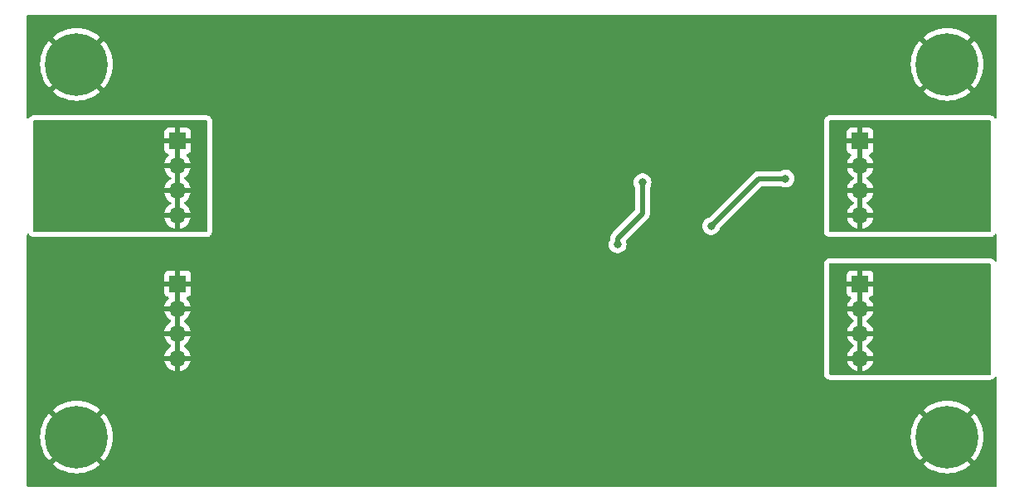
<source format=gbr>
%TF.GenerationSoftware,KiCad,Pcbnew,7.0.2*%
%TF.CreationDate,2023-06-12T21:50:36-07:00*%
%TF.ProjectId,latch,6c617463-682e-46b6-9963-61645f706362,A*%
%TF.SameCoordinates,Original*%
%TF.FileFunction,Copper,L2,Bot*%
%TF.FilePolarity,Positive*%
%FSLAX46Y46*%
G04 Gerber Fmt 4.6, Leading zero omitted, Abs format (unit mm)*
G04 Created by KiCad (PCBNEW 7.0.2) date 2023-06-12 21:50:36*
%MOMM*%
%LPD*%
G01*
G04 APERTURE LIST*
%TA.AperFunction,ComponentPad*%
%ADD10C,0.800000*%
%TD*%
%TA.AperFunction,ComponentPad*%
%ADD11C,6.400000*%
%TD*%
%TA.AperFunction,ComponentPad*%
%ADD12R,1.700000X1.700000*%
%TD*%
%TA.AperFunction,ComponentPad*%
%ADD13O,1.700000X1.700000*%
%TD*%
%TA.AperFunction,ViaPad*%
%ADD14C,0.800000*%
%TD*%
%TA.AperFunction,Conductor*%
%ADD15C,0.500000*%
%TD*%
G04 APERTURE END LIST*
D10*
%TO.P,H4,1,1*%
%TO.N,GND*%
X193882944Y-120222944D03*
X193882944Y-123617056D03*
X197980000Y-121920000D03*
X193180000Y-121920000D03*
X195580000Y-119520000D03*
X197277056Y-120222944D03*
X195580000Y-124320000D03*
X197277056Y-123617056D03*
D11*
X195580000Y-121920000D03*
%TD*%
D12*
%TO.P,J1,1,Pin_1*%
%TO.N,VCC*%
X116995000Y-91645000D03*
D13*
%TO.P,J1,2,Pin_2*%
X116995000Y-94185000D03*
%TO.P,J1,3,Pin_3*%
X116995000Y-96725000D03*
%TO.P,J1,4,Pin_4*%
X116995000Y-99265000D03*
%TD*%
D12*
%TO.P,J3,1,Pin_1*%
%TO.N,OUT*%
X186690000Y-91645000D03*
D13*
%TO.P,J3,2,Pin_2*%
X186690000Y-94185000D03*
%TO.P,J3,3,Pin_3*%
X186690000Y-96725000D03*
%TO.P,J3,4,Pin_4*%
X186690000Y-99265000D03*
%TD*%
D10*
%TO.P,H2,1,1*%
%TO.N,GND*%
X106680000Y-119520000D03*
X109080000Y-121920000D03*
X104280000Y-121920000D03*
D11*
X106680000Y-121920000D03*
D10*
X108377056Y-120222944D03*
X104982944Y-123617056D03*
X104982944Y-120222944D03*
X106680000Y-124320000D03*
X108377056Y-123617056D03*
%TD*%
%TO.P,H3,1,1*%
%TO.N,GND*%
X104280000Y-83820000D03*
X108377056Y-85517056D03*
X108377056Y-82122944D03*
X109080000Y-83820000D03*
X104982944Y-82122944D03*
X106680000Y-81420000D03*
D11*
X106680000Y-83820000D03*
D10*
X104982944Y-85517056D03*
X106680000Y-86220000D03*
%TD*%
D12*
%TO.P,J4,1,Pin_1*%
%TO.N,SHD*%
X186690000Y-106250000D03*
D13*
%TO.P,J4,2,Pin_2*%
X186690000Y-108790000D03*
%TO.P,J4,3,Pin_3*%
X186690000Y-111330000D03*
%TO.P,J4,4,Pin_4*%
X186690000Y-113870000D03*
%TD*%
D10*
%TO.P,H1,1,1*%
%TO.N,GND*%
X193882944Y-82122944D03*
X197277056Y-82122944D03*
X197277056Y-85517056D03*
X193180000Y-83820000D03*
X193882944Y-85517056D03*
X195580000Y-86220000D03*
X195580000Y-81420000D03*
D11*
X195580000Y-83820000D03*
D10*
X197980000Y-83820000D03*
%TD*%
D12*
%TO.P,J2,1,Pin_1*%
%TO.N,GND*%
X116995000Y-106250000D03*
D13*
%TO.P,J2,2,Pin_2*%
X116995000Y-108790000D03*
%TO.P,J2,3,Pin_3*%
X116995000Y-111330000D03*
%TO.P,J2,4,Pin_4*%
X116995000Y-113870000D03*
%TD*%
D14*
%TO.N,VCC*%
X111125000Y-90170000D03*
X111125000Y-99695000D03*
X111125000Y-97790000D03*
X111125000Y-93980000D03*
X111125000Y-95885000D03*
X111125000Y-92075000D03*
%TO.N,GND*%
X111125000Y-114935000D03*
X173835000Y-107950000D03*
X170180000Y-107950000D03*
X111125000Y-105410000D03*
X111125000Y-111125000D03*
X111125000Y-107315000D03*
X111125000Y-113030000D03*
X124460000Y-99060000D03*
X167005000Y-99060000D03*
X178915000Y-99060000D03*
X111125000Y-109220000D03*
X177645000Y-107950000D03*
X145735000Y-103505000D03*
X155575000Y-99060000D03*
%TO.N,Net-(Q2-Pad3)*%
X164465000Y-95885000D03*
X161925000Y-102235000D03*
%TO.N,OUT*%
X191135000Y-90170000D03*
X191135000Y-93980000D03*
X171480000Y-100360000D03*
X191135000Y-95885000D03*
X179070000Y-95504000D03*
X191135000Y-99695000D03*
X191135000Y-97790000D03*
X191135000Y-92075000D03*
%TO.N,SHD*%
X191135000Y-105410000D03*
X191135000Y-113030000D03*
X191135000Y-114935000D03*
X191135000Y-107315000D03*
X191135000Y-109220000D03*
X191135000Y-111125000D03*
%TD*%
D15*
%TO.N,Net-(Q2-Pad3)*%
X161925000Y-101600000D02*
X164465000Y-99060000D01*
X161925000Y-102235000D02*
X161925000Y-101600000D01*
X164465000Y-99060000D02*
X164465000Y-95885000D01*
%TO.N,OUT*%
X171480000Y-100360000D02*
X176336000Y-95504000D01*
X176336000Y-95504000D02*
X179070000Y-95504000D01*
%TD*%
%TA.AperFunction,Conductor*%
%TO.N,GND*%
G36*
X117249000Y-113436325D02*
G01*
X117137315Y-113385320D01*
X117030763Y-113370000D01*
X116959237Y-113370000D01*
X116852685Y-113385320D01*
X116741000Y-113436325D01*
X116741000Y-111763674D01*
X116852685Y-111814680D01*
X116959237Y-111830000D01*
X117030763Y-111830000D01*
X117137315Y-111814680D01*
X117249000Y-111763674D01*
X117249000Y-113436325D01*
G37*
%TD.AperFunction*%
%TA.AperFunction,Conductor*%
G36*
X117249000Y-110896325D02*
G01*
X117137315Y-110845320D01*
X117030763Y-110830000D01*
X116959237Y-110830000D01*
X116852685Y-110845320D01*
X116741000Y-110896325D01*
X116741000Y-109223674D01*
X116852685Y-109274680D01*
X116959237Y-109290000D01*
X117030763Y-109290000D01*
X117137315Y-109274680D01*
X117249000Y-109223674D01*
X117249000Y-110896325D01*
G37*
%TD.AperFunction*%
%TA.AperFunction,Conductor*%
G36*
X117249000Y-108356325D02*
G01*
X117137315Y-108305320D01*
X117030763Y-108290000D01*
X116959237Y-108290000D01*
X116852685Y-108305320D01*
X116741000Y-108356325D01*
X116741000Y-106683674D01*
X116852685Y-106734680D01*
X116959237Y-106750000D01*
X117030763Y-106750000D01*
X117137315Y-106734680D01*
X117249000Y-106683674D01*
X117249000Y-108356325D01*
G37*
%TD.AperFunction*%
%TA.AperFunction,Conductor*%
G36*
X120015000Y-115570000D02*
G01*
X102235000Y-115570000D01*
X102235000Y-107145222D01*
X115637000Y-107145222D01*
X115637359Y-107151936D01*
X115643505Y-107209093D01*
X115694554Y-107345962D01*
X115782095Y-107462904D01*
X115899037Y-107550445D01*
X116014678Y-107593577D01*
X116071514Y-107636124D01*
X116096325Y-107702644D01*
X116081234Y-107772018D01*
X116063348Y-107796970D01*
X115919675Y-107953040D01*
X115796580Y-108141451D01*
X115706177Y-108347548D01*
X115658455Y-108535999D01*
X115658456Y-108536000D01*
X116563884Y-108536000D01*
X116535507Y-108580156D01*
X116495000Y-108718111D01*
X116495000Y-108861889D01*
X116535507Y-108999844D01*
X116563884Y-109044000D01*
X115658455Y-109044000D01*
X115706177Y-109232451D01*
X115796580Y-109438548D01*
X115919678Y-109626962D01*
X116072096Y-109792533D01*
X116249697Y-109930766D01*
X116283732Y-109949184D01*
X116334123Y-109999197D01*
X116349476Y-110068513D01*
X116324916Y-110135127D01*
X116283736Y-110170811D01*
X116249702Y-110189229D01*
X116072096Y-110327466D01*
X115919678Y-110493037D01*
X115796580Y-110681451D01*
X115706177Y-110887548D01*
X115658455Y-111075999D01*
X115658456Y-111076000D01*
X116563884Y-111076000D01*
X116535507Y-111120156D01*
X116495000Y-111258111D01*
X116495000Y-111401889D01*
X116535507Y-111539844D01*
X116563884Y-111584000D01*
X115658455Y-111584000D01*
X115706177Y-111772451D01*
X115796580Y-111978548D01*
X115919678Y-112166962D01*
X116072096Y-112332533D01*
X116249697Y-112470766D01*
X116283734Y-112489186D01*
X116334124Y-112539200D01*
X116349476Y-112608517D01*
X116324915Y-112675130D01*
X116283734Y-112710814D01*
X116249697Y-112729233D01*
X116072096Y-112867466D01*
X115919678Y-113033037D01*
X115796580Y-113221451D01*
X115706177Y-113427548D01*
X115658455Y-113615999D01*
X115658456Y-113616000D01*
X116563884Y-113616000D01*
X116535507Y-113660156D01*
X116495000Y-113798111D01*
X116495000Y-113941889D01*
X116535507Y-114079844D01*
X116563884Y-114124000D01*
X115658455Y-114124000D01*
X115706177Y-114312451D01*
X115796580Y-114518548D01*
X115919678Y-114706962D01*
X116072096Y-114872533D01*
X116249697Y-115010766D01*
X116447631Y-115117883D01*
X116660485Y-115190955D01*
X116741000Y-115204391D01*
X116741000Y-114303674D01*
X116852685Y-114354680D01*
X116959237Y-114370000D01*
X117030763Y-114370000D01*
X117137315Y-114354680D01*
X117249000Y-114303674D01*
X117249000Y-115204390D01*
X117329514Y-115190955D01*
X117542368Y-115117883D01*
X117740302Y-115010766D01*
X117917903Y-114872533D01*
X118070321Y-114706962D01*
X118193419Y-114518548D01*
X118283822Y-114312451D01*
X118331544Y-114124000D01*
X117426116Y-114124000D01*
X117454493Y-114079844D01*
X117495000Y-113941889D01*
X117495000Y-113798111D01*
X117454493Y-113660156D01*
X117426116Y-113616000D01*
X118331544Y-113616000D01*
X118331544Y-113615999D01*
X118283822Y-113427548D01*
X118193419Y-113221451D01*
X118070321Y-113033037D01*
X117917903Y-112867466D01*
X117740300Y-112729232D01*
X117706266Y-112710814D01*
X117655876Y-112660801D01*
X117640523Y-112591485D01*
X117665083Y-112524871D01*
X117706266Y-112489186D01*
X117740300Y-112470767D01*
X117917903Y-112332533D01*
X118070321Y-112166962D01*
X118193419Y-111978548D01*
X118283822Y-111772451D01*
X118331544Y-111584000D01*
X117426116Y-111584000D01*
X117454493Y-111539844D01*
X117495000Y-111401889D01*
X117495000Y-111258111D01*
X117454493Y-111120156D01*
X117426116Y-111076000D01*
X118331544Y-111076000D01*
X118331544Y-111075999D01*
X118283822Y-110887548D01*
X118193419Y-110681451D01*
X118070321Y-110493037D01*
X117917903Y-110327466D01*
X117740300Y-110189232D01*
X117706266Y-110170814D01*
X117655876Y-110120801D01*
X117640523Y-110051485D01*
X117665083Y-109984871D01*
X117706266Y-109949186D01*
X117740300Y-109930767D01*
X117917903Y-109792533D01*
X118070321Y-109626962D01*
X118193419Y-109438548D01*
X118283822Y-109232451D01*
X118331544Y-109044000D01*
X117426116Y-109044000D01*
X117454493Y-108999844D01*
X117495000Y-108861889D01*
X117495000Y-108718111D01*
X117454493Y-108580156D01*
X117426116Y-108536000D01*
X118331544Y-108536000D01*
X118331544Y-108535999D01*
X118283822Y-108347548D01*
X118193419Y-108141451D01*
X118070321Y-107953037D01*
X117926652Y-107796970D01*
X117895231Y-107733305D01*
X117903218Y-107662759D01*
X117948077Y-107607730D01*
X117975321Y-107593577D01*
X118090962Y-107550445D01*
X118207904Y-107462904D01*
X118295445Y-107345962D01*
X118346494Y-107209093D01*
X118352640Y-107151936D01*
X118353000Y-107145222D01*
X118353000Y-106504000D01*
X117426116Y-106504000D01*
X117454493Y-106459844D01*
X117495000Y-106321889D01*
X117495000Y-106178111D01*
X117454493Y-106040156D01*
X117426116Y-105996000D01*
X118353000Y-105996000D01*
X118353000Y-105354777D01*
X118352640Y-105348063D01*
X118346494Y-105290906D01*
X118295445Y-105154037D01*
X118207904Y-105037095D01*
X118090962Y-104949554D01*
X117954093Y-104898505D01*
X117896936Y-104892359D01*
X117890223Y-104892000D01*
X117249000Y-104892000D01*
X117249000Y-105816325D01*
X117137315Y-105765320D01*
X117030763Y-105750000D01*
X116959237Y-105750000D01*
X116852685Y-105765320D01*
X116741000Y-105816325D01*
X116741000Y-104892000D01*
X116099777Y-104892000D01*
X116093063Y-104892359D01*
X116035906Y-104898505D01*
X115899037Y-104949554D01*
X115782095Y-105037095D01*
X115694554Y-105154037D01*
X115643505Y-105290906D01*
X115637359Y-105348063D01*
X115637000Y-105354777D01*
X115637000Y-105996000D01*
X116563884Y-105996000D01*
X116535507Y-106040156D01*
X116495000Y-106178111D01*
X116495000Y-106321889D01*
X116535507Y-106459844D01*
X116563884Y-106504000D01*
X115637000Y-106504000D01*
X115637000Y-107145222D01*
X102235000Y-107145222D01*
X102235000Y-104140000D01*
X120015000Y-104140000D01*
X120015000Y-115570000D01*
G37*
%TD.AperFunction*%
%TD*%
%TA.AperFunction,Conductor*%
%TO.N,OUT*%
G36*
X186944000Y-98831325D02*
G01*
X186832315Y-98780320D01*
X186725763Y-98765000D01*
X186654237Y-98765000D01*
X186547685Y-98780320D01*
X186436000Y-98831325D01*
X186436000Y-97158674D01*
X186547685Y-97209680D01*
X186654237Y-97225000D01*
X186725763Y-97225000D01*
X186832315Y-97209680D01*
X186944000Y-97158674D01*
X186944000Y-98831325D01*
G37*
%TD.AperFunction*%
%TA.AperFunction,Conductor*%
G36*
X186944000Y-96291325D02*
G01*
X186832315Y-96240320D01*
X186725763Y-96225000D01*
X186654237Y-96225000D01*
X186547685Y-96240320D01*
X186436000Y-96291325D01*
X186436000Y-94618674D01*
X186547685Y-94669680D01*
X186654237Y-94685000D01*
X186725763Y-94685000D01*
X186832315Y-94669680D01*
X186944000Y-94618674D01*
X186944000Y-96291325D01*
G37*
%TD.AperFunction*%
%TA.AperFunction,Conductor*%
G36*
X186944000Y-93751325D02*
G01*
X186832315Y-93700320D01*
X186725763Y-93685000D01*
X186654237Y-93685000D01*
X186547685Y-93700320D01*
X186436000Y-93751325D01*
X186436000Y-92078674D01*
X186547685Y-92129680D01*
X186654237Y-92145000D01*
X186725763Y-92145000D01*
X186832315Y-92129680D01*
X186944000Y-92078674D01*
X186944000Y-93751325D01*
G37*
%TD.AperFunction*%
%TA.AperFunction,Conductor*%
G36*
X199967121Y-89555002D02*
G01*
X200013614Y-89608658D01*
X200025000Y-89661000D01*
X200025000Y-100839000D01*
X200004998Y-100907121D01*
X199951342Y-100953614D01*
X199899000Y-100965000D01*
X183641000Y-100965000D01*
X183572879Y-100944998D01*
X183526386Y-100891342D01*
X183515000Y-100839000D01*
X183515000Y-92540222D01*
X185332000Y-92540222D01*
X185332359Y-92546936D01*
X185338505Y-92604093D01*
X185389554Y-92740962D01*
X185477095Y-92857904D01*
X185594037Y-92945445D01*
X185709678Y-92988577D01*
X185766514Y-93031124D01*
X185791325Y-93097644D01*
X185776234Y-93167018D01*
X185758348Y-93191970D01*
X185614675Y-93348040D01*
X185491580Y-93536451D01*
X185401177Y-93742548D01*
X185353455Y-93930999D01*
X185353456Y-93931000D01*
X186258884Y-93931000D01*
X186230507Y-93975156D01*
X186190000Y-94113111D01*
X186190000Y-94256889D01*
X186230507Y-94394844D01*
X186258884Y-94439000D01*
X185353455Y-94439000D01*
X185401177Y-94627451D01*
X185491580Y-94833548D01*
X185614678Y-95021962D01*
X185767096Y-95187533D01*
X185944697Y-95325766D01*
X185978734Y-95344186D01*
X186029124Y-95394200D01*
X186044476Y-95463517D01*
X186019915Y-95530130D01*
X185978734Y-95565814D01*
X185944697Y-95584233D01*
X185767096Y-95722466D01*
X185614678Y-95888037D01*
X185491580Y-96076451D01*
X185401177Y-96282548D01*
X185353455Y-96470999D01*
X185353456Y-96471000D01*
X186258884Y-96471000D01*
X186230507Y-96515156D01*
X186190000Y-96653111D01*
X186190000Y-96796889D01*
X186230507Y-96934844D01*
X186258884Y-96979000D01*
X185353455Y-96979000D01*
X185401177Y-97167451D01*
X185491580Y-97373548D01*
X185614678Y-97561962D01*
X185767096Y-97727533D01*
X185944697Y-97865766D01*
X185978734Y-97884186D01*
X186029124Y-97934200D01*
X186044476Y-98003517D01*
X186019915Y-98070130D01*
X185978734Y-98105814D01*
X185944697Y-98124233D01*
X185767096Y-98262466D01*
X185614678Y-98428037D01*
X185491580Y-98616451D01*
X185401177Y-98822548D01*
X185353455Y-99010999D01*
X185353456Y-99011000D01*
X186258884Y-99011000D01*
X186230507Y-99055156D01*
X186190000Y-99193111D01*
X186190000Y-99336889D01*
X186230507Y-99474844D01*
X186258884Y-99519000D01*
X185353455Y-99519000D01*
X185401177Y-99707451D01*
X185491580Y-99913548D01*
X185614678Y-100101962D01*
X185767096Y-100267533D01*
X185944697Y-100405766D01*
X186142631Y-100512883D01*
X186355485Y-100585955D01*
X186436000Y-100599391D01*
X186436000Y-99698674D01*
X186547685Y-99749680D01*
X186654237Y-99765000D01*
X186725763Y-99765000D01*
X186832315Y-99749680D01*
X186944000Y-99698674D01*
X186944000Y-100599390D01*
X187024514Y-100585955D01*
X187237368Y-100512883D01*
X187435302Y-100405766D01*
X187612903Y-100267533D01*
X187765321Y-100101962D01*
X187888419Y-99913548D01*
X187978822Y-99707451D01*
X188026544Y-99519000D01*
X187121116Y-99519000D01*
X187149493Y-99474844D01*
X187190000Y-99336889D01*
X187190000Y-99193111D01*
X187149493Y-99055156D01*
X187121116Y-99011000D01*
X188026544Y-99011000D01*
X188026544Y-99010999D01*
X187978822Y-98822548D01*
X187888419Y-98616451D01*
X187765321Y-98428037D01*
X187612903Y-98262466D01*
X187435300Y-98124232D01*
X187401266Y-98105814D01*
X187350876Y-98055801D01*
X187335523Y-97986485D01*
X187360083Y-97919871D01*
X187401266Y-97884186D01*
X187435300Y-97865767D01*
X187612903Y-97727533D01*
X187765321Y-97561962D01*
X187888419Y-97373548D01*
X187978822Y-97167451D01*
X188026544Y-96979000D01*
X187121116Y-96979000D01*
X187149493Y-96934844D01*
X187190000Y-96796889D01*
X187190000Y-96653111D01*
X187149493Y-96515156D01*
X187121116Y-96471000D01*
X188026544Y-96471000D01*
X188026544Y-96470999D01*
X187978822Y-96282548D01*
X187888419Y-96076451D01*
X187765321Y-95888037D01*
X187612903Y-95722466D01*
X187435299Y-95584231D01*
X187401264Y-95565812D01*
X187350875Y-95515798D01*
X187335523Y-95446481D01*
X187360085Y-95379869D01*
X187401268Y-95344184D01*
X187435300Y-95325767D01*
X187612903Y-95187533D01*
X187765321Y-95021962D01*
X187888419Y-94833548D01*
X187978822Y-94627451D01*
X188026544Y-94439000D01*
X187121116Y-94439000D01*
X187149493Y-94394844D01*
X187190000Y-94256889D01*
X187190000Y-94113111D01*
X187149493Y-93975156D01*
X187121116Y-93931000D01*
X188026544Y-93931000D01*
X188026544Y-93930999D01*
X187978822Y-93742548D01*
X187888419Y-93536451D01*
X187765321Y-93348037D01*
X187621652Y-93191970D01*
X187590231Y-93128305D01*
X187598218Y-93057759D01*
X187643077Y-93002730D01*
X187670321Y-92988577D01*
X187785962Y-92945445D01*
X187902904Y-92857904D01*
X187990445Y-92740962D01*
X188041494Y-92604093D01*
X188047640Y-92546936D01*
X188048000Y-92540222D01*
X188048000Y-91899000D01*
X187121116Y-91899000D01*
X187149493Y-91854844D01*
X187190000Y-91716889D01*
X187190000Y-91573111D01*
X187149493Y-91435156D01*
X187121116Y-91391000D01*
X188048000Y-91391000D01*
X188048000Y-90749777D01*
X188047640Y-90743063D01*
X188041494Y-90685906D01*
X187990445Y-90549037D01*
X187902904Y-90432095D01*
X187785962Y-90344554D01*
X187649093Y-90293505D01*
X187591936Y-90287359D01*
X187585223Y-90287000D01*
X186944000Y-90287000D01*
X186944000Y-91211325D01*
X186832315Y-91160320D01*
X186725763Y-91145000D01*
X186654237Y-91145000D01*
X186547685Y-91160320D01*
X186436000Y-91211325D01*
X186436000Y-90287000D01*
X185794777Y-90287000D01*
X185788063Y-90287359D01*
X185730906Y-90293505D01*
X185594037Y-90344554D01*
X185477095Y-90432095D01*
X185389554Y-90549037D01*
X185338505Y-90685906D01*
X185332359Y-90743063D01*
X185332000Y-90749777D01*
X185332000Y-91391000D01*
X186258884Y-91391000D01*
X186230507Y-91435156D01*
X186190000Y-91573111D01*
X186190000Y-91716889D01*
X186230507Y-91854844D01*
X186258884Y-91899000D01*
X185332000Y-91899000D01*
X185332000Y-92540222D01*
X183515000Y-92540222D01*
X183515000Y-89661000D01*
X183535002Y-89592879D01*
X183588658Y-89546386D01*
X183641000Y-89535000D01*
X199899000Y-89535000D01*
X199967121Y-89555002D01*
G37*
%TD.AperFunction*%
%TD*%
%TA.AperFunction,Conductor*%
%TO.N,VCC*%
G36*
X117249000Y-98831325D02*
G01*
X117137315Y-98780320D01*
X117030763Y-98765000D01*
X116959237Y-98765000D01*
X116852685Y-98780320D01*
X116741000Y-98831325D01*
X116741000Y-97158674D01*
X116852685Y-97209680D01*
X116959237Y-97225000D01*
X117030763Y-97225000D01*
X117137315Y-97209680D01*
X117249000Y-97158674D01*
X117249000Y-98831325D01*
G37*
%TD.AperFunction*%
%TA.AperFunction,Conductor*%
G36*
X117249000Y-96291325D02*
G01*
X117137315Y-96240320D01*
X117030763Y-96225000D01*
X116959237Y-96225000D01*
X116852685Y-96240320D01*
X116741000Y-96291325D01*
X116741000Y-94618674D01*
X116852685Y-94669680D01*
X116959237Y-94685000D01*
X117030763Y-94685000D01*
X117137315Y-94669680D01*
X117249000Y-94618674D01*
X117249000Y-96291325D01*
G37*
%TD.AperFunction*%
%TA.AperFunction,Conductor*%
G36*
X117249000Y-93751325D02*
G01*
X117137315Y-93700320D01*
X117030763Y-93685000D01*
X116959237Y-93685000D01*
X116852685Y-93700320D01*
X116741000Y-93751325D01*
X116741000Y-92078674D01*
X116852685Y-92129680D01*
X116959237Y-92145000D01*
X117030763Y-92145000D01*
X117137315Y-92129680D01*
X117249000Y-92078674D01*
X117249000Y-93751325D01*
G37*
%TD.AperFunction*%
%TA.AperFunction,Conductor*%
G36*
X119957121Y-89555002D02*
G01*
X120003614Y-89608658D01*
X120015000Y-89661000D01*
X120015000Y-100839000D01*
X119994998Y-100907121D01*
X119941342Y-100953614D01*
X119889000Y-100965000D01*
X102361000Y-100965000D01*
X102292879Y-100944998D01*
X102246386Y-100891342D01*
X102235000Y-100839000D01*
X102235000Y-92540222D01*
X115637000Y-92540222D01*
X115637359Y-92546936D01*
X115643505Y-92604093D01*
X115694554Y-92740962D01*
X115782095Y-92857904D01*
X115899037Y-92945445D01*
X116014678Y-92988577D01*
X116071514Y-93031124D01*
X116096325Y-93097644D01*
X116081234Y-93167018D01*
X116063348Y-93191970D01*
X115919675Y-93348040D01*
X115796580Y-93536451D01*
X115706177Y-93742548D01*
X115658455Y-93930999D01*
X115658456Y-93931000D01*
X116563884Y-93931000D01*
X116535507Y-93975156D01*
X116495000Y-94113111D01*
X116495000Y-94256889D01*
X116535507Y-94394844D01*
X116563884Y-94439000D01*
X115658455Y-94439000D01*
X115706177Y-94627451D01*
X115796580Y-94833548D01*
X115919678Y-95021962D01*
X116072096Y-95187533D01*
X116249697Y-95325766D01*
X116283734Y-95344186D01*
X116334124Y-95394200D01*
X116349476Y-95463517D01*
X116324915Y-95530130D01*
X116283734Y-95565814D01*
X116249697Y-95584233D01*
X116072096Y-95722466D01*
X115919678Y-95888037D01*
X115796580Y-96076451D01*
X115706177Y-96282548D01*
X115658455Y-96470999D01*
X115658456Y-96471000D01*
X116563884Y-96471000D01*
X116535507Y-96515156D01*
X116495000Y-96653111D01*
X116495000Y-96796889D01*
X116535507Y-96934844D01*
X116563884Y-96979000D01*
X115658455Y-96979000D01*
X115706177Y-97167451D01*
X115796580Y-97373548D01*
X115919678Y-97561962D01*
X116072096Y-97727533D01*
X116249697Y-97865766D01*
X116283734Y-97884186D01*
X116334124Y-97934200D01*
X116349476Y-98003517D01*
X116324915Y-98070130D01*
X116283734Y-98105814D01*
X116249697Y-98124233D01*
X116072096Y-98262466D01*
X115919678Y-98428037D01*
X115796580Y-98616451D01*
X115706177Y-98822548D01*
X115658455Y-99010999D01*
X115658456Y-99011000D01*
X116563884Y-99011000D01*
X116535507Y-99055156D01*
X116495000Y-99193111D01*
X116495000Y-99336889D01*
X116535507Y-99474844D01*
X116563884Y-99519000D01*
X115658455Y-99519000D01*
X115706177Y-99707451D01*
X115796580Y-99913548D01*
X115919678Y-100101962D01*
X116072096Y-100267533D01*
X116249697Y-100405766D01*
X116447631Y-100512883D01*
X116660485Y-100585955D01*
X116741000Y-100599391D01*
X116741000Y-99698674D01*
X116852685Y-99749680D01*
X116959237Y-99765000D01*
X117030763Y-99765000D01*
X117137315Y-99749680D01*
X117249000Y-99698674D01*
X117249000Y-100599390D01*
X117329514Y-100585955D01*
X117542368Y-100512883D01*
X117740302Y-100405766D01*
X117917903Y-100267533D01*
X118070321Y-100101962D01*
X118193419Y-99913548D01*
X118283822Y-99707451D01*
X118331544Y-99519000D01*
X117426116Y-99519000D01*
X117454493Y-99474844D01*
X117495000Y-99336889D01*
X117495000Y-99193111D01*
X117454493Y-99055156D01*
X117426116Y-99011000D01*
X118331544Y-99011000D01*
X118331544Y-99010999D01*
X118283822Y-98822548D01*
X118193419Y-98616451D01*
X118070321Y-98428037D01*
X117917903Y-98262466D01*
X117740300Y-98124232D01*
X117706266Y-98105814D01*
X117655876Y-98055801D01*
X117640523Y-97986485D01*
X117665083Y-97919871D01*
X117706266Y-97884186D01*
X117740300Y-97865767D01*
X117917903Y-97727533D01*
X118070321Y-97561962D01*
X118193419Y-97373548D01*
X118283822Y-97167451D01*
X118331544Y-96979000D01*
X117426116Y-96979000D01*
X117454493Y-96934844D01*
X117495000Y-96796889D01*
X117495000Y-96653111D01*
X117454493Y-96515156D01*
X117426116Y-96471000D01*
X118331544Y-96471000D01*
X118331544Y-96470999D01*
X118283822Y-96282548D01*
X118193419Y-96076451D01*
X118070321Y-95888037D01*
X117917903Y-95722466D01*
X117740300Y-95584232D01*
X117706266Y-95565814D01*
X117655876Y-95515801D01*
X117640523Y-95446485D01*
X117665083Y-95379871D01*
X117706266Y-95344186D01*
X117740300Y-95325767D01*
X117917903Y-95187533D01*
X118070321Y-95021962D01*
X118193419Y-94833548D01*
X118283822Y-94627451D01*
X118331544Y-94439000D01*
X117426116Y-94439000D01*
X117454493Y-94394844D01*
X117495000Y-94256889D01*
X117495000Y-94113111D01*
X117454493Y-93975156D01*
X117426116Y-93931000D01*
X118331544Y-93931000D01*
X118331544Y-93930999D01*
X118283822Y-93742548D01*
X118193419Y-93536451D01*
X118070321Y-93348037D01*
X117926652Y-93191970D01*
X117895231Y-93128305D01*
X117903218Y-93057759D01*
X117948077Y-93002730D01*
X117975321Y-92988577D01*
X118090962Y-92945445D01*
X118207904Y-92857904D01*
X118295445Y-92740962D01*
X118346494Y-92604093D01*
X118352640Y-92546936D01*
X118353000Y-92540222D01*
X118353000Y-91899000D01*
X117426116Y-91899000D01*
X117454493Y-91854844D01*
X117495000Y-91716889D01*
X117495000Y-91573111D01*
X117454493Y-91435156D01*
X117426116Y-91391000D01*
X118353000Y-91391000D01*
X118353000Y-90749777D01*
X118352640Y-90743063D01*
X118346494Y-90685906D01*
X118295445Y-90549037D01*
X118207904Y-90432095D01*
X118090962Y-90344554D01*
X117954093Y-90293505D01*
X117896936Y-90287359D01*
X117890223Y-90287000D01*
X117249000Y-90287000D01*
X117249000Y-91211325D01*
X117137315Y-91160320D01*
X117030763Y-91145000D01*
X116959237Y-91145000D01*
X116852685Y-91160320D01*
X116741000Y-91211325D01*
X116741000Y-90287000D01*
X116099777Y-90287000D01*
X116093063Y-90287359D01*
X116035906Y-90293505D01*
X115899037Y-90344554D01*
X115782095Y-90432095D01*
X115694554Y-90549037D01*
X115643505Y-90685906D01*
X115637359Y-90743063D01*
X115637000Y-90749777D01*
X115637000Y-91391000D01*
X116563884Y-91391000D01*
X116535507Y-91435156D01*
X116495000Y-91573111D01*
X116495000Y-91716889D01*
X116535507Y-91854844D01*
X116563884Y-91899000D01*
X115637000Y-91899000D01*
X115637000Y-92540222D01*
X102235000Y-92540222D01*
X102235000Y-89661000D01*
X102255002Y-89592879D01*
X102308658Y-89546386D01*
X102361000Y-89535000D01*
X119889000Y-89535000D01*
X119957121Y-89555002D01*
G37*
%TD.AperFunction*%
%TD*%
%TA.AperFunction,Conductor*%
%TO.N,SHD*%
G36*
X186944000Y-113436325D02*
G01*
X186832315Y-113385320D01*
X186725763Y-113370000D01*
X186654237Y-113370000D01*
X186547685Y-113385320D01*
X186436000Y-113436325D01*
X186436000Y-111763674D01*
X186547685Y-111814680D01*
X186654237Y-111830000D01*
X186725763Y-111830000D01*
X186832315Y-111814680D01*
X186944000Y-111763674D01*
X186944000Y-113436325D01*
G37*
%TD.AperFunction*%
%TA.AperFunction,Conductor*%
G36*
X186944000Y-110896325D02*
G01*
X186832315Y-110845320D01*
X186725763Y-110830000D01*
X186654237Y-110830000D01*
X186547685Y-110845320D01*
X186436000Y-110896325D01*
X186436000Y-109223674D01*
X186547685Y-109274680D01*
X186654237Y-109290000D01*
X186725763Y-109290000D01*
X186832315Y-109274680D01*
X186944000Y-109223674D01*
X186944000Y-110896325D01*
G37*
%TD.AperFunction*%
%TA.AperFunction,Conductor*%
G36*
X186944000Y-108356325D02*
G01*
X186832315Y-108305320D01*
X186725763Y-108290000D01*
X186654237Y-108290000D01*
X186547685Y-108305320D01*
X186436000Y-108356325D01*
X186436000Y-106683674D01*
X186547685Y-106734680D01*
X186654237Y-106750000D01*
X186725763Y-106750000D01*
X186832315Y-106734680D01*
X186944000Y-106683674D01*
X186944000Y-108356325D01*
G37*
%TD.AperFunction*%
%TA.AperFunction,Conductor*%
G36*
X199967121Y-104160002D02*
G01*
X200013614Y-104213658D01*
X200025000Y-104266000D01*
X200025000Y-115444000D01*
X200004998Y-115512121D01*
X199951342Y-115558614D01*
X199899000Y-115570000D01*
X183641000Y-115570000D01*
X183572879Y-115549998D01*
X183526386Y-115496342D01*
X183515000Y-115444000D01*
X183515000Y-107145222D01*
X185332000Y-107145222D01*
X185332359Y-107151936D01*
X185338505Y-107209093D01*
X185389554Y-107345962D01*
X185477095Y-107462904D01*
X185594037Y-107550445D01*
X185709678Y-107593577D01*
X185766514Y-107636124D01*
X185791325Y-107702644D01*
X185776234Y-107772018D01*
X185758348Y-107796970D01*
X185614675Y-107953040D01*
X185491580Y-108141451D01*
X185401177Y-108347548D01*
X185353455Y-108535999D01*
X185353456Y-108536000D01*
X186258884Y-108536000D01*
X186230507Y-108580156D01*
X186190000Y-108718111D01*
X186190000Y-108861889D01*
X186230507Y-108999844D01*
X186258884Y-109044000D01*
X185353455Y-109044000D01*
X185401177Y-109232451D01*
X185491580Y-109438548D01*
X185614678Y-109626962D01*
X185767096Y-109792533D01*
X185944697Y-109930766D01*
X185978732Y-109949184D01*
X186029123Y-109999197D01*
X186044476Y-110068513D01*
X186019916Y-110135127D01*
X185978736Y-110170811D01*
X185944702Y-110189229D01*
X185767096Y-110327466D01*
X185614678Y-110493037D01*
X185491580Y-110681451D01*
X185401177Y-110887548D01*
X185353455Y-111075999D01*
X185353456Y-111076000D01*
X186258884Y-111076000D01*
X186230507Y-111120156D01*
X186190000Y-111258111D01*
X186190000Y-111401889D01*
X186230507Y-111539844D01*
X186258884Y-111584000D01*
X185353455Y-111584000D01*
X185401177Y-111772451D01*
X185491580Y-111978548D01*
X185614678Y-112166962D01*
X185767096Y-112332533D01*
X185944697Y-112470766D01*
X185978734Y-112489186D01*
X186029124Y-112539200D01*
X186044476Y-112608517D01*
X186019915Y-112675130D01*
X185978734Y-112710814D01*
X185944697Y-112729233D01*
X185767096Y-112867466D01*
X185614678Y-113033037D01*
X185491580Y-113221451D01*
X185401177Y-113427548D01*
X185353455Y-113615999D01*
X185353456Y-113616000D01*
X186258884Y-113616000D01*
X186230507Y-113660156D01*
X186190000Y-113798111D01*
X186190000Y-113941889D01*
X186230507Y-114079844D01*
X186258884Y-114124000D01*
X185353455Y-114124000D01*
X185401177Y-114312451D01*
X185491580Y-114518548D01*
X185614678Y-114706962D01*
X185767096Y-114872533D01*
X185944697Y-115010766D01*
X186142631Y-115117883D01*
X186355485Y-115190955D01*
X186436000Y-115204391D01*
X186436000Y-114303674D01*
X186547685Y-114354680D01*
X186654237Y-114370000D01*
X186725763Y-114370000D01*
X186832315Y-114354680D01*
X186944000Y-114303674D01*
X186944000Y-115204390D01*
X187024514Y-115190955D01*
X187237368Y-115117883D01*
X187435302Y-115010766D01*
X187612903Y-114872533D01*
X187765321Y-114706962D01*
X187888419Y-114518548D01*
X187978822Y-114312451D01*
X188026544Y-114124000D01*
X187121116Y-114124000D01*
X187149493Y-114079844D01*
X187190000Y-113941889D01*
X187190000Y-113798111D01*
X187149493Y-113660156D01*
X187121116Y-113616000D01*
X188026544Y-113616000D01*
X188026544Y-113615999D01*
X187978822Y-113427548D01*
X187888419Y-113221451D01*
X187765321Y-113033037D01*
X187612903Y-112867466D01*
X187435300Y-112729232D01*
X187401266Y-112710814D01*
X187350876Y-112660801D01*
X187335523Y-112591485D01*
X187360083Y-112524871D01*
X187401266Y-112489186D01*
X187435300Y-112470767D01*
X187612903Y-112332533D01*
X187765321Y-112166962D01*
X187888419Y-111978548D01*
X187978822Y-111772451D01*
X188026544Y-111584000D01*
X187121116Y-111584000D01*
X187149493Y-111539844D01*
X187190000Y-111401889D01*
X187190000Y-111258111D01*
X187149493Y-111120156D01*
X187121116Y-111076000D01*
X188026544Y-111076000D01*
X188026544Y-111075999D01*
X187978822Y-110887548D01*
X187888419Y-110681451D01*
X187765321Y-110493037D01*
X187612903Y-110327466D01*
X187435300Y-110189232D01*
X187401266Y-110170814D01*
X187350876Y-110120801D01*
X187335523Y-110051485D01*
X187360083Y-109984871D01*
X187401266Y-109949186D01*
X187435300Y-109930767D01*
X187612903Y-109792533D01*
X187765321Y-109626962D01*
X187888419Y-109438548D01*
X187978822Y-109232451D01*
X188026544Y-109044000D01*
X187121116Y-109044000D01*
X187149493Y-108999844D01*
X187190000Y-108861889D01*
X187190000Y-108718111D01*
X187149493Y-108580156D01*
X187121116Y-108536000D01*
X188026544Y-108536000D01*
X188026544Y-108535999D01*
X187978822Y-108347548D01*
X187888419Y-108141451D01*
X187765321Y-107953037D01*
X187621652Y-107796970D01*
X187590231Y-107733305D01*
X187598218Y-107662759D01*
X187643077Y-107607730D01*
X187670321Y-107593577D01*
X187785962Y-107550445D01*
X187902904Y-107462904D01*
X187990445Y-107345962D01*
X188041494Y-107209093D01*
X188047640Y-107151936D01*
X188048000Y-107145222D01*
X188048000Y-106504000D01*
X187121116Y-106504000D01*
X187149493Y-106459844D01*
X187190000Y-106321889D01*
X187190000Y-106178111D01*
X187149493Y-106040156D01*
X187121116Y-105996000D01*
X188048000Y-105996000D01*
X188048000Y-105354777D01*
X188047640Y-105348063D01*
X188041494Y-105290906D01*
X187990445Y-105154037D01*
X187902904Y-105037095D01*
X187785962Y-104949554D01*
X187649093Y-104898505D01*
X187591936Y-104892359D01*
X187585223Y-104892000D01*
X186944000Y-104892000D01*
X186944000Y-105816325D01*
X186832315Y-105765320D01*
X186725763Y-105750000D01*
X186654237Y-105750000D01*
X186547685Y-105765320D01*
X186436000Y-105816325D01*
X186436000Y-104892000D01*
X185794777Y-104892000D01*
X185788063Y-104892359D01*
X185730906Y-104898505D01*
X185594037Y-104949554D01*
X185477095Y-105037095D01*
X185389554Y-105154037D01*
X185338505Y-105290906D01*
X185332359Y-105348063D01*
X185332000Y-105354777D01*
X185332000Y-105996000D01*
X186258884Y-105996000D01*
X186230507Y-106040156D01*
X186190000Y-106178111D01*
X186190000Y-106321889D01*
X186230507Y-106459844D01*
X186258884Y-106504000D01*
X185332000Y-106504000D01*
X185332000Y-107145222D01*
X183515000Y-107145222D01*
X183515000Y-104266000D01*
X183535002Y-104197879D01*
X183588658Y-104151386D01*
X183641000Y-104140000D01*
X199899000Y-104140000D01*
X199967121Y-104160002D01*
G37*
%TD.AperFunction*%
%TD*%
%TA.AperFunction,Conductor*%
%TO.N,GND*%
G36*
X105381570Y-122863365D02*
G01*
X105545130Y-123054870D01*
X105736635Y-123218430D01*
X105739203Y-123220004D01*
X105165745Y-123793461D01*
X105218439Y-123714601D01*
X105237842Y-123617056D01*
X105218439Y-123519511D01*
X105163184Y-123436816D01*
X105080489Y-123381561D01*
X105007568Y-123367056D01*
X104958320Y-123367056D01*
X104885399Y-123381561D01*
X104806529Y-123434259D01*
X105379994Y-122860794D01*
X105381570Y-122863365D01*
G37*
%TD.AperFunction*%
%TA.AperFunction,Conductor*%
G36*
X108553465Y-123434256D02*
G01*
X108474601Y-123381561D01*
X108401680Y-123367056D01*
X108352432Y-123367056D01*
X108279511Y-123381561D01*
X108196816Y-123436816D01*
X108141561Y-123519511D01*
X108122158Y-123617056D01*
X108141561Y-123714601D01*
X108194256Y-123793465D01*
X107620795Y-123220004D01*
X107623365Y-123218430D01*
X107814870Y-123054870D01*
X107978430Y-122863365D01*
X107980004Y-122860795D01*
X108553465Y-123434256D01*
G37*
%TD.AperFunction*%
%TA.AperFunction,Conductor*%
G36*
X105739204Y-120619995D02*
G01*
X105736635Y-120621570D01*
X105545130Y-120785130D01*
X105381570Y-120976635D01*
X105379995Y-120979204D01*
X104806534Y-120405743D01*
X104885399Y-120458439D01*
X104958320Y-120472944D01*
X105007568Y-120472944D01*
X105080489Y-120458439D01*
X105163184Y-120403184D01*
X105218439Y-120320489D01*
X105237842Y-120222944D01*
X105218439Y-120125399D01*
X105165743Y-120046534D01*
X105739204Y-120619995D01*
G37*
%TD.AperFunction*%
%TA.AperFunction,Conductor*%
G36*
X108141561Y-120125399D02*
G01*
X108122158Y-120222944D01*
X108141561Y-120320489D01*
X108196816Y-120403184D01*
X108279511Y-120458439D01*
X108352432Y-120472944D01*
X108401680Y-120472944D01*
X108474601Y-120458439D01*
X108553460Y-120405746D01*
X107980004Y-120979203D01*
X107978430Y-120976635D01*
X107814870Y-120785130D01*
X107623365Y-120621570D01*
X107620795Y-120619995D01*
X108194259Y-120046530D01*
X108141561Y-120125399D01*
G37*
%TD.AperFunction*%
%TA.AperFunction,Conductor*%
G36*
X194281570Y-122863365D02*
G01*
X194445130Y-123054870D01*
X194636635Y-123218430D01*
X194639203Y-123220004D01*
X194065745Y-123793461D01*
X194118439Y-123714601D01*
X194137842Y-123617056D01*
X194118439Y-123519511D01*
X194063184Y-123436816D01*
X193980489Y-123381561D01*
X193907568Y-123367056D01*
X193858320Y-123367056D01*
X193785399Y-123381561D01*
X193706529Y-123434259D01*
X194279994Y-122860794D01*
X194281570Y-122863365D01*
G37*
%TD.AperFunction*%
%TA.AperFunction,Conductor*%
G36*
X197453465Y-123434256D02*
G01*
X197374601Y-123381561D01*
X197301680Y-123367056D01*
X197252432Y-123367056D01*
X197179511Y-123381561D01*
X197096816Y-123436816D01*
X197041561Y-123519511D01*
X197022158Y-123617056D01*
X197041561Y-123714601D01*
X197094256Y-123793465D01*
X196520795Y-123220004D01*
X196523365Y-123218430D01*
X196714870Y-123054870D01*
X196878430Y-122863365D01*
X196880004Y-122860795D01*
X197453465Y-123434256D01*
G37*
%TD.AperFunction*%
%TA.AperFunction,Conductor*%
G36*
X194639204Y-120619995D02*
G01*
X194636635Y-120621570D01*
X194445130Y-120785130D01*
X194281570Y-120976635D01*
X194279995Y-120979204D01*
X193706534Y-120405743D01*
X193785399Y-120458439D01*
X193858320Y-120472944D01*
X193907568Y-120472944D01*
X193980489Y-120458439D01*
X194063184Y-120403184D01*
X194118439Y-120320489D01*
X194137842Y-120222944D01*
X194118439Y-120125399D01*
X194065743Y-120046534D01*
X194639204Y-120619995D01*
G37*
%TD.AperFunction*%
%TA.AperFunction,Conductor*%
G36*
X197041561Y-120125399D02*
G01*
X197022158Y-120222944D01*
X197041561Y-120320489D01*
X197096816Y-120403184D01*
X197179511Y-120458439D01*
X197252432Y-120472944D01*
X197301680Y-120472944D01*
X197374601Y-120458439D01*
X197453460Y-120405746D01*
X196880004Y-120979203D01*
X196878430Y-120976635D01*
X196714870Y-120785130D01*
X196523365Y-120621570D01*
X196520795Y-120619995D01*
X197094259Y-120046530D01*
X197041561Y-120125399D01*
G37*
%TD.AperFunction*%
%TA.AperFunction,Conductor*%
G36*
X105381570Y-84763365D02*
G01*
X105545130Y-84954870D01*
X105736635Y-85118430D01*
X105739203Y-85120004D01*
X105165745Y-85693461D01*
X105218439Y-85614601D01*
X105237842Y-85517056D01*
X105218439Y-85419511D01*
X105163184Y-85336816D01*
X105080489Y-85281561D01*
X105007568Y-85267056D01*
X104958320Y-85267056D01*
X104885399Y-85281561D01*
X104806529Y-85334259D01*
X105379994Y-84760794D01*
X105381570Y-84763365D01*
G37*
%TD.AperFunction*%
%TA.AperFunction,Conductor*%
G36*
X108553465Y-85334256D02*
G01*
X108474601Y-85281561D01*
X108401680Y-85267056D01*
X108352432Y-85267056D01*
X108279511Y-85281561D01*
X108196816Y-85336816D01*
X108141561Y-85419511D01*
X108122158Y-85517056D01*
X108141561Y-85614601D01*
X108194256Y-85693465D01*
X107620795Y-85120004D01*
X107623365Y-85118430D01*
X107814870Y-84954870D01*
X107978430Y-84763365D01*
X107980004Y-84760795D01*
X108553465Y-85334256D01*
G37*
%TD.AperFunction*%
%TA.AperFunction,Conductor*%
G36*
X105739204Y-82519995D02*
G01*
X105736635Y-82521570D01*
X105545130Y-82685130D01*
X105381570Y-82876635D01*
X105379995Y-82879204D01*
X104806535Y-82305744D01*
X104885399Y-82358439D01*
X104958320Y-82372944D01*
X105007568Y-82372944D01*
X105080489Y-82358439D01*
X105163184Y-82303184D01*
X105218439Y-82220489D01*
X105237842Y-82122944D01*
X105218439Y-82025399D01*
X105165744Y-81946535D01*
X105739204Y-82519995D01*
G37*
%TD.AperFunction*%
%TA.AperFunction,Conductor*%
G36*
X108141561Y-82025399D02*
G01*
X108122158Y-82122944D01*
X108141561Y-82220489D01*
X108196816Y-82303184D01*
X108279511Y-82358439D01*
X108352432Y-82372944D01*
X108401680Y-82372944D01*
X108474601Y-82358439D01*
X108553460Y-82305746D01*
X107980004Y-82879203D01*
X107978430Y-82876635D01*
X107814870Y-82685130D01*
X107623365Y-82521570D01*
X107620794Y-82519994D01*
X108194259Y-81946529D01*
X108141561Y-82025399D01*
G37*
%TD.AperFunction*%
%TA.AperFunction,Conductor*%
G36*
X194281570Y-84763365D02*
G01*
X194445130Y-84954870D01*
X194636635Y-85118430D01*
X194639203Y-85120004D01*
X194065745Y-85693461D01*
X194118439Y-85614601D01*
X194137842Y-85517056D01*
X194118439Y-85419511D01*
X194063184Y-85336816D01*
X193980489Y-85281561D01*
X193907568Y-85267056D01*
X193858320Y-85267056D01*
X193785399Y-85281561D01*
X193706529Y-85334259D01*
X194279994Y-84760794D01*
X194281570Y-84763365D01*
G37*
%TD.AperFunction*%
%TA.AperFunction,Conductor*%
G36*
X197453465Y-85334256D02*
G01*
X197374601Y-85281561D01*
X197301680Y-85267056D01*
X197252432Y-85267056D01*
X197179511Y-85281561D01*
X197096816Y-85336816D01*
X197041561Y-85419511D01*
X197022158Y-85517056D01*
X197041561Y-85614601D01*
X197094256Y-85693465D01*
X196520795Y-85120004D01*
X196523365Y-85118430D01*
X196714870Y-84954870D01*
X196878430Y-84763365D01*
X196880004Y-84760795D01*
X197453465Y-85334256D01*
G37*
%TD.AperFunction*%
%TA.AperFunction,Conductor*%
G36*
X194639204Y-82519995D02*
G01*
X194636635Y-82521570D01*
X194445130Y-82685130D01*
X194281570Y-82876635D01*
X194279995Y-82879204D01*
X193706535Y-82305744D01*
X193785399Y-82358439D01*
X193858320Y-82372944D01*
X193907568Y-82372944D01*
X193980489Y-82358439D01*
X194063184Y-82303184D01*
X194118439Y-82220489D01*
X194137842Y-82122944D01*
X194118439Y-82025399D01*
X194065743Y-81946534D01*
X194639204Y-82519995D01*
G37*
%TD.AperFunction*%
%TA.AperFunction,Conductor*%
G36*
X197041561Y-82025399D02*
G01*
X197022158Y-82122944D01*
X197041561Y-82220489D01*
X197096816Y-82303184D01*
X197179511Y-82358439D01*
X197252432Y-82372944D01*
X197301680Y-82372944D01*
X197374601Y-82358439D01*
X197453460Y-82305746D01*
X196880004Y-82879203D01*
X196878430Y-82876635D01*
X196714870Y-82685130D01*
X196523365Y-82521570D01*
X196520795Y-82519995D01*
X197094259Y-81946530D01*
X197041561Y-82025399D01*
G37*
%TD.AperFunction*%
%TA.AperFunction,Conductor*%
G36*
X200601621Y-78760502D02*
G01*
X200648114Y-78814158D01*
X200659500Y-78866500D01*
X200659500Y-89244428D01*
X200639498Y-89312549D01*
X200585842Y-89359042D01*
X200515568Y-89369146D01*
X200450988Y-89339652D01*
X200427502Y-89312549D01*
X200417756Y-89297385D01*
X200401692Y-89272388D01*
X200365581Y-89230713D01*
X200360846Y-89223624D01*
X200244739Y-89123018D01*
X200148988Y-89079290D01*
X200111790Y-89062302D01*
X200055184Y-89045681D01*
X200043673Y-89042301D01*
X200043671Y-89042300D01*
X200043669Y-89042300D01*
X199899000Y-89021500D01*
X183641000Y-89021500D01*
X183637653Y-89021859D01*
X183637649Y-89021860D01*
X183535214Y-89032872D01*
X183535205Y-89032873D01*
X183531851Y-89033234D01*
X183528551Y-89033951D01*
X183528550Y-89033952D01*
X183482790Y-89043906D01*
X183482785Y-89043907D01*
X183479509Y-89044620D01*
X183476331Y-89045677D01*
X183476319Y-89045681D01*
X183375341Y-89079290D01*
X183252389Y-89158306D01*
X183210714Y-89194418D01*
X183203625Y-89199152D01*
X183103018Y-89315260D01*
X183042302Y-89448210D01*
X183022300Y-89516331D01*
X183001500Y-89661000D01*
X183001500Y-90800500D01*
X183001500Y-92491181D01*
X183001500Y-93417500D01*
X183001500Y-100839000D01*
X183013234Y-100948149D01*
X183024620Y-101000491D01*
X183025679Y-101003673D01*
X183025681Y-101003680D01*
X183059290Y-101104658D01*
X183138306Y-101227610D01*
X183174417Y-101269284D01*
X183179153Y-101276375D01*
X183184801Y-101281269D01*
X183184802Y-101281270D01*
X183295261Y-101376982D01*
X183428210Y-101437698D01*
X183496331Y-101457700D01*
X183641000Y-101478500D01*
X183641003Y-101478500D01*
X199895631Y-101478500D01*
X199899000Y-101478500D01*
X200008149Y-101466766D01*
X200060491Y-101455380D01*
X200164657Y-101420710D01*
X200287612Y-101341692D01*
X200329288Y-101305579D01*
X200336377Y-101300845D01*
X200438275Y-101183247D01*
X200498000Y-101144862D01*
X200568997Y-101144862D01*
X200628724Y-101183245D01*
X200658217Y-101247825D01*
X200659500Y-101265758D01*
X200659500Y-103849428D01*
X200639498Y-103917549D01*
X200585842Y-103964042D01*
X200515568Y-103974146D01*
X200450988Y-103944652D01*
X200427502Y-103917549D01*
X200401691Y-103877387D01*
X200365581Y-103835713D01*
X200360846Y-103828624D01*
X200244739Y-103728018D01*
X200148988Y-103684290D01*
X200111790Y-103667302D01*
X200055184Y-103650681D01*
X200043673Y-103647301D01*
X200043671Y-103647300D01*
X200043669Y-103647300D01*
X199899000Y-103626500D01*
X183641000Y-103626500D01*
X183637653Y-103626859D01*
X183637649Y-103626860D01*
X183535214Y-103637872D01*
X183535205Y-103637873D01*
X183531851Y-103638234D01*
X183528551Y-103638951D01*
X183528550Y-103638952D01*
X183482790Y-103648906D01*
X183482785Y-103648907D01*
X183479509Y-103649620D01*
X183476331Y-103650677D01*
X183476319Y-103650681D01*
X183375341Y-103684290D01*
X183252389Y-103763306D01*
X183210714Y-103799418D01*
X183203625Y-103804152D01*
X183103018Y-103920260D01*
X183042302Y-104053210D01*
X183022300Y-104121331D01*
X183001500Y-104266000D01*
X183001500Y-105405500D01*
X183001500Y-107096181D01*
X183001500Y-108022500D01*
X183001500Y-115444000D01*
X183013234Y-115553149D01*
X183024620Y-115605491D01*
X183025679Y-115608673D01*
X183025681Y-115608680D01*
X183059290Y-115709658D01*
X183138306Y-115832610D01*
X183174417Y-115874284D01*
X183179153Y-115881375D01*
X183184801Y-115886269D01*
X183184802Y-115886270D01*
X183295261Y-115981982D01*
X183428210Y-116042698D01*
X183496331Y-116062700D01*
X183641000Y-116083500D01*
X183641003Y-116083500D01*
X199895631Y-116083500D01*
X199899000Y-116083500D01*
X200008149Y-116071766D01*
X200060491Y-116060380D01*
X200164657Y-116025710D01*
X200287612Y-115946692D01*
X200329288Y-115910579D01*
X200336377Y-115905845D01*
X200438275Y-115788247D01*
X200498000Y-115749862D01*
X200568997Y-115749862D01*
X200628724Y-115788245D01*
X200658217Y-115852825D01*
X200659500Y-115870758D01*
X200659500Y-126873500D01*
X200639498Y-126941621D01*
X200585842Y-126988114D01*
X200533500Y-126999500D01*
X101726500Y-126999500D01*
X101658379Y-126979498D01*
X101611886Y-126925842D01*
X101600500Y-126873500D01*
X101600500Y-121923300D01*
X102967084Y-121923300D01*
X102987079Y-122304832D01*
X102987766Y-122311370D01*
X103047534Y-122688734D01*
X103048905Y-122695184D01*
X103147787Y-123064215D01*
X103149829Y-123070498D01*
X103286739Y-123427164D01*
X103289421Y-123433188D01*
X103462873Y-123773605D01*
X103466169Y-123779314D01*
X103674248Y-124099727D01*
X103678130Y-124105070D01*
X103882876Y-124357911D01*
X103882877Y-124357912D01*
X104800147Y-123440641D01*
X104747449Y-123519511D01*
X104728046Y-123617056D01*
X104747449Y-123714601D01*
X104802704Y-123797296D01*
X104885399Y-123852551D01*
X104958320Y-123867056D01*
X105007568Y-123867056D01*
X105080489Y-123852551D01*
X105159349Y-123799857D01*
X104242086Y-124717121D01*
X104242087Y-124717122D01*
X104494929Y-124921869D01*
X104500272Y-124925751D01*
X104820685Y-125133830D01*
X104826394Y-125137126D01*
X105166811Y-125310578D01*
X105172835Y-125313260D01*
X105529501Y-125450170D01*
X105535784Y-125452212D01*
X105904815Y-125551094D01*
X105911265Y-125552465D01*
X106288629Y-125612233D01*
X106295167Y-125612920D01*
X106676699Y-125632916D01*
X106683301Y-125632916D01*
X107064832Y-125612920D01*
X107071370Y-125612233D01*
X107448734Y-125552465D01*
X107455184Y-125551094D01*
X107824215Y-125452212D01*
X107830498Y-125450170D01*
X108187164Y-125313260D01*
X108193188Y-125310578D01*
X108533605Y-125137126D01*
X108539314Y-125133830D01*
X108859728Y-124925751D01*
X108865064Y-124921874D01*
X109117912Y-124717121D01*
X108200646Y-123799855D01*
X108279511Y-123852551D01*
X108352432Y-123867056D01*
X108401680Y-123867056D01*
X108474601Y-123852551D01*
X108557296Y-123797296D01*
X108612551Y-123714601D01*
X108631954Y-123617056D01*
X108612551Y-123519511D01*
X108559855Y-123440646D01*
X109477121Y-124357912D01*
X109681874Y-124105064D01*
X109685751Y-124099728D01*
X109893830Y-123779314D01*
X109897126Y-123773605D01*
X110070578Y-123433188D01*
X110073260Y-123427164D01*
X110210170Y-123070498D01*
X110212212Y-123064215D01*
X110311094Y-122695184D01*
X110312465Y-122688734D01*
X110372233Y-122311370D01*
X110372920Y-122304832D01*
X110392916Y-121923300D01*
X191867084Y-121923300D01*
X191887079Y-122304832D01*
X191887766Y-122311370D01*
X191947534Y-122688734D01*
X191948905Y-122695184D01*
X192047787Y-123064215D01*
X192049829Y-123070498D01*
X192186739Y-123427164D01*
X192189421Y-123433188D01*
X192362873Y-123773605D01*
X192366169Y-123779314D01*
X192574248Y-124099727D01*
X192578130Y-124105070D01*
X192782876Y-124357911D01*
X192782877Y-124357912D01*
X193700147Y-123440641D01*
X193647449Y-123519511D01*
X193628046Y-123617056D01*
X193647449Y-123714601D01*
X193702704Y-123797296D01*
X193785399Y-123852551D01*
X193858320Y-123867056D01*
X193907568Y-123867056D01*
X193980489Y-123852551D01*
X194059349Y-123799857D01*
X193142086Y-124717121D01*
X193142087Y-124717122D01*
X193394929Y-124921869D01*
X193400272Y-124925751D01*
X193720685Y-125133830D01*
X193726394Y-125137126D01*
X194066811Y-125310578D01*
X194072835Y-125313260D01*
X194429501Y-125450170D01*
X194435784Y-125452212D01*
X194804815Y-125551094D01*
X194811265Y-125552465D01*
X195188629Y-125612233D01*
X195195167Y-125612920D01*
X195576699Y-125632916D01*
X195583301Y-125632916D01*
X195964832Y-125612920D01*
X195971370Y-125612233D01*
X196348734Y-125552465D01*
X196355184Y-125551094D01*
X196724215Y-125452212D01*
X196730498Y-125450170D01*
X197087164Y-125313260D01*
X197093188Y-125310578D01*
X197433605Y-125137126D01*
X197439314Y-125133830D01*
X197759728Y-124925751D01*
X197765064Y-124921874D01*
X198017912Y-124717121D01*
X197100646Y-123799855D01*
X197179511Y-123852551D01*
X197252432Y-123867056D01*
X197301680Y-123867056D01*
X197374601Y-123852551D01*
X197457296Y-123797296D01*
X197512551Y-123714601D01*
X197531954Y-123617056D01*
X197512551Y-123519511D01*
X197459855Y-123440646D01*
X198377121Y-124357912D01*
X198581874Y-124105064D01*
X198585751Y-124099728D01*
X198793830Y-123779314D01*
X198797126Y-123773605D01*
X198970578Y-123433188D01*
X198973260Y-123427164D01*
X199110170Y-123070498D01*
X199112212Y-123064215D01*
X199211094Y-122695184D01*
X199212465Y-122688734D01*
X199272233Y-122311370D01*
X199272920Y-122304832D01*
X199292916Y-121923300D01*
X199292916Y-121916699D01*
X199272920Y-121535167D01*
X199272233Y-121528629D01*
X199212465Y-121151265D01*
X199211094Y-121144815D01*
X199112212Y-120775784D01*
X199110170Y-120769501D01*
X198973260Y-120412835D01*
X198970578Y-120406811D01*
X198797127Y-120066397D01*
X198793830Y-120060686D01*
X198585753Y-119740275D01*
X198581865Y-119734924D01*
X198377122Y-119482087D01*
X198377121Y-119482086D01*
X197459858Y-120399348D01*
X197512551Y-120320489D01*
X197531954Y-120222944D01*
X197512551Y-120125399D01*
X197457296Y-120042704D01*
X197374601Y-119987449D01*
X197301680Y-119972944D01*
X197252432Y-119972944D01*
X197179511Y-119987449D01*
X197100642Y-120040147D01*
X198017912Y-119122877D01*
X198017911Y-119122876D01*
X197765070Y-118918130D01*
X197759727Y-118914248D01*
X197439314Y-118706169D01*
X197433605Y-118702873D01*
X197093188Y-118529421D01*
X197087164Y-118526739D01*
X196730498Y-118389829D01*
X196724215Y-118387787D01*
X196355184Y-118288905D01*
X196348734Y-118287534D01*
X195971370Y-118227766D01*
X195964832Y-118227079D01*
X195583301Y-118207084D01*
X195576699Y-118207084D01*
X195195167Y-118227079D01*
X195188629Y-118227766D01*
X194811265Y-118287534D01*
X194804815Y-118288905D01*
X194435784Y-118387787D01*
X194429501Y-118389829D01*
X194072835Y-118526739D01*
X194066811Y-118529421D01*
X193726397Y-118702872D01*
X193720686Y-118706169D01*
X193400267Y-118914251D01*
X193394938Y-118918123D01*
X193142086Y-119122877D01*
X194059353Y-120040144D01*
X193980489Y-119987449D01*
X193907568Y-119972944D01*
X193858320Y-119972944D01*
X193785399Y-119987449D01*
X193702704Y-120042704D01*
X193647449Y-120125399D01*
X193628046Y-120222944D01*
X193647449Y-120320489D01*
X193700144Y-120399353D01*
X192782877Y-119482086D01*
X192578123Y-119734938D01*
X192574251Y-119740267D01*
X192366169Y-120060686D01*
X192362872Y-120066397D01*
X192189421Y-120406811D01*
X192186739Y-120412835D01*
X192049829Y-120769501D01*
X192047787Y-120775784D01*
X191948905Y-121144815D01*
X191947534Y-121151265D01*
X191887766Y-121528629D01*
X191887079Y-121535167D01*
X191867084Y-121916699D01*
X191867084Y-121923300D01*
X110392916Y-121923300D01*
X110392916Y-121916699D01*
X110372920Y-121535167D01*
X110372233Y-121528629D01*
X110312465Y-121151265D01*
X110311094Y-121144815D01*
X110212212Y-120775784D01*
X110210170Y-120769501D01*
X110073260Y-120412835D01*
X110070578Y-120406811D01*
X109897127Y-120066397D01*
X109893830Y-120060686D01*
X109685753Y-119740275D01*
X109681865Y-119734924D01*
X109477122Y-119482087D01*
X109477121Y-119482086D01*
X108559858Y-120399348D01*
X108612551Y-120320489D01*
X108631954Y-120222944D01*
X108612551Y-120125399D01*
X108557296Y-120042704D01*
X108474601Y-119987449D01*
X108401680Y-119972944D01*
X108352432Y-119972944D01*
X108279511Y-119987449D01*
X108200642Y-120040147D01*
X109117912Y-119122877D01*
X109117911Y-119122876D01*
X108865070Y-118918130D01*
X108859727Y-118914248D01*
X108539314Y-118706169D01*
X108533605Y-118702873D01*
X108193188Y-118529421D01*
X108187164Y-118526739D01*
X107830498Y-118389829D01*
X107824215Y-118387787D01*
X107455184Y-118288905D01*
X107448734Y-118287534D01*
X107071370Y-118227766D01*
X107064832Y-118227079D01*
X106683301Y-118207084D01*
X106676699Y-118207084D01*
X106295167Y-118227079D01*
X106288629Y-118227766D01*
X105911265Y-118287534D01*
X105904815Y-118288905D01*
X105535784Y-118387787D01*
X105529501Y-118389829D01*
X105172835Y-118526739D01*
X105166811Y-118529421D01*
X104826397Y-118702872D01*
X104820686Y-118706169D01*
X104500267Y-118914251D01*
X104494938Y-118918123D01*
X104242086Y-119122877D01*
X105159353Y-120040144D01*
X105080489Y-119987449D01*
X105007568Y-119972944D01*
X104958320Y-119972944D01*
X104885399Y-119987449D01*
X104802704Y-120042704D01*
X104747449Y-120125399D01*
X104728046Y-120222944D01*
X104747449Y-120320489D01*
X104800144Y-120399353D01*
X103882877Y-119482086D01*
X103678123Y-119734938D01*
X103674251Y-119740267D01*
X103466169Y-120060686D01*
X103462872Y-120066397D01*
X103289421Y-120406811D01*
X103286739Y-120412835D01*
X103149829Y-120769501D01*
X103147787Y-120775784D01*
X103048905Y-121144815D01*
X103047534Y-121151265D01*
X102987766Y-121528629D01*
X102987079Y-121535167D01*
X102967084Y-121916699D01*
X102967084Y-121923300D01*
X101600500Y-121923300D01*
X101600500Y-104140000D01*
X102235000Y-104140000D01*
X102235000Y-115570000D01*
X120015000Y-115570000D01*
X120015000Y-104140000D01*
X102235000Y-104140000D01*
X101600500Y-104140000D01*
X101600500Y-102235000D01*
X161011496Y-102235000D01*
X161031458Y-102424929D01*
X161090472Y-102606556D01*
X161185958Y-102771942D01*
X161185960Y-102771944D01*
X161313747Y-102913866D01*
X161468248Y-103026118D01*
X161642712Y-103103794D01*
X161829513Y-103143500D01*
X161829515Y-103143500D01*
X162020485Y-103143500D01*
X162020487Y-103143500D01*
X162207288Y-103103794D01*
X162381752Y-103026118D01*
X162536253Y-102913866D01*
X162664040Y-102771944D01*
X162759527Y-102606556D01*
X162818542Y-102424928D01*
X162838504Y-102235000D01*
X162818542Y-102045072D01*
X162777183Y-101917785D01*
X162775156Y-101846821D01*
X162807920Y-101789759D01*
X164237680Y-100359999D01*
X170566496Y-100359999D01*
X170586458Y-100549929D01*
X170645472Y-100731556D01*
X170740958Y-100896942D01*
X170740960Y-100896944D01*
X170868747Y-101038866D01*
X171023248Y-101151118D01*
X171197712Y-101228794D01*
X171384513Y-101268500D01*
X171384515Y-101268500D01*
X171575485Y-101268500D01*
X171575487Y-101268500D01*
X171762288Y-101228794D01*
X171936752Y-101151118D01*
X172091253Y-101038866D01*
X172219040Y-100896944D01*
X172314527Y-100731556D01*
X172369388Y-100562711D01*
X172400124Y-100512555D01*
X176613275Y-96299405D01*
X176675588Y-96265379D01*
X176702371Y-96262500D01*
X178527414Y-96262500D01*
X178595535Y-96282502D01*
X178601448Y-96286545D01*
X178613248Y-96295118D01*
X178787712Y-96372794D01*
X178974513Y-96412500D01*
X178974515Y-96412500D01*
X179165485Y-96412500D01*
X179165487Y-96412500D01*
X179352288Y-96372794D01*
X179526752Y-96295118D01*
X179681253Y-96182866D01*
X179809040Y-96040944D01*
X179904527Y-95875556D01*
X179963542Y-95693928D01*
X179983504Y-95504000D01*
X179963542Y-95314072D01*
X179904527Y-95132444D01*
X179904527Y-95132443D01*
X179809041Y-94967057D01*
X179681252Y-94825133D01*
X179577162Y-94749507D01*
X179526752Y-94712882D01*
X179352288Y-94635206D01*
X179165487Y-94595500D01*
X178974513Y-94595500D01*
X178849978Y-94621970D01*
X178787711Y-94635206D01*
X178700480Y-94674044D01*
X178613248Y-94712882D01*
X178601472Y-94721437D01*
X178534608Y-94745294D01*
X178527414Y-94745500D01*
X176400441Y-94745500D01*
X176382180Y-94744170D01*
X176358211Y-94740659D01*
X176308353Y-94745021D01*
X176297372Y-94745500D01*
X176291820Y-94745500D01*
X176288185Y-94745924D01*
X176288165Y-94745926D01*
X176260709Y-94749135D01*
X176257068Y-94749507D01*
X176180251Y-94756228D01*
X176161135Y-94760466D01*
X176088659Y-94786844D01*
X176085202Y-94788046D01*
X176011999Y-94812304D01*
X175994372Y-94820838D01*
X175929918Y-94863229D01*
X175926831Y-94865196D01*
X175861218Y-94905667D01*
X175846032Y-94918038D01*
X175793087Y-94974156D01*
X175790534Y-94976783D01*
X171323667Y-99443650D01*
X171261355Y-99477676D01*
X171260771Y-99477801D01*
X171197714Y-99491205D01*
X171197711Y-99491206D01*
X171197712Y-99491206D01*
X171031741Y-99565101D01*
X171023246Y-99568883D01*
X170868747Y-99681133D01*
X170740958Y-99823057D01*
X170645472Y-99988443D01*
X170586458Y-100170070D01*
X170566496Y-100359999D01*
X164237680Y-100359999D01*
X164955777Y-99641902D01*
X164969624Y-99629936D01*
X164989058Y-99615469D01*
X165021221Y-99577138D01*
X165028660Y-99569020D01*
X165032580Y-99565101D01*
X165052070Y-99540450D01*
X165054234Y-99537794D01*
X165103032Y-99479640D01*
X165103035Y-99479633D01*
X165103895Y-99478609D01*
X165114403Y-99462114D01*
X165114965Y-99460908D01*
X165114967Y-99460906D01*
X165147022Y-99392159D01*
X165148572Y-99388958D01*
X165182609Y-99321188D01*
X165182610Y-99321183D01*
X165183207Y-99319995D01*
X165189631Y-99301517D01*
X165189901Y-99300209D01*
X165189902Y-99300207D01*
X165205251Y-99225866D01*
X165206001Y-99222484D01*
X165223500Y-99148656D01*
X165223500Y-99148651D01*
X165223807Y-99147356D01*
X165225796Y-99127888D01*
X165225757Y-99126560D01*
X165225758Y-99126558D01*
X165223553Y-99050774D01*
X165223500Y-99047110D01*
X165223500Y-96421999D01*
X165240380Y-96359000D01*
X165299527Y-96256556D01*
X165358542Y-96074928D01*
X165378504Y-95885000D01*
X165358542Y-95695072D01*
X165299527Y-95513444D01*
X165299527Y-95513443D01*
X165204041Y-95348057D01*
X165076252Y-95206133D01*
X164921753Y-95093883D01*
X164921752Y-95093882D01*
X164747288Y-95016206D01*
X164560487Y-94976500D01*
X164369513Y-94976500D01*
X164244978Y-95002970D01*
X164182711Y-95016206D01*
X164008246Y-95093883D01*
X163853747Y-95206133D01*
X163725958Y-95348057D01*
X163630472Y-95513443D01*
X163571458Y-95695070D01*
X163551496Y-95884999D01*
X163571458Y-96074929D01*
X163630471Y-96256553D01*
X163630473Y-96256556D01*
X163689619Y-96359000D01*
X163706500Y-96421999D01*
X163706500Y-98693628D01*
X163686498Y-98761749D01*
X163669595Y-98782723D01*
X161434225Y-101018092D01*
X161420377Y-101030061D01*
X161400944Y-101044529D01*
X161400942Y-101044530D01*
X161400942Y-101044531D01*
X161394851Y-101051790D01*
X161368773Y-101082868D01*
X161361360Y-101090958D01*
X161360017Y-101092301D01*
X161360011Y-101092307D01*
X161357420Y-101094899D01*
X161355149Y-101097770D01*
X161355140Y-101097781D01*
X161337997Y-101119460D01*
X161335688Y-101122294D01*
X161286119Y-101181369D01*
X161275589Y-101197899D01*
X161242995Y-101267794D01*
X161241401Y-101271087D01*
X161206795Y-101339997D01*
X161200363Y-101358500D01*
X161184759Y-101434064D01*
X161183967Y-101437637D01*
X161166192Y-101512640D01*
X161164202Y-101532115D01*
X161166447Y-101609258D01*
X161166500Y-101612922D01*
X161166500Y-101697999D01*
X161149619Y-101760999D01*
X161090472Y-101863443D01*
X161031458Y-102045070D01*
X161011496Y-102235000D01*
X101600500Y-102235000D01*
X101600500Y-101255571D01*
X101620502Y-101187450D01*
X101674158Y-101140957D01*
X101744432Y-101130853D01*
X101809012Y-101160347D01*
X101832495Y-101187447D01*
X101858308Y-101227612D01*
X101859332Y-101228794D01*
X101894417Y-101269284D01*
X101899153Y-101276375D01*
X101904801Y-101281269D01*
X101904802Y-101281270D01*
X102015261Y-101376982D01*
X102148210Y-101437698D01*
X102216331Y-101457700D01*
X102361000Y-101478500D01*
X102361003Y-101478500D01*
X119885631Y-101478500D01*
X119889000Y-101478500D01*
X119998149Y-101466766D01*
X120050491Y-101455380D01*
X120154657Y-101420710D01*
X120277612Y-101341692D01*
X120319288Y-101305579D01*
X120326375Y-101300846D01*
X120331268Y-101295198D01*
X120331270Y-101295198D01*
X120426982Y-101184739D01*
X120487698Y-101051790D01*
X120507700Y-100983669D01*
X120528500Y-100839000D01*
X120528500Y-89661000D01*
X120516766Y-89551851D01*
X120505380Y-89499509D01*
X120470710Y-89395343D01*
X120470709Y-89395341D01*
X120391693Y-89272389D01*
X120374176Y-89252173D01*
X120355581Y-89230713D01*
X120350846Y-89223624D01*
X120234739Y-89123018D01*
X120138988Y-89079290D01*
X120101790Y-89062302D01*
X120045184Y-89045681D01*
X120033673Y-89042301D01*
X120033671Y-89042300D01*
X120033669Y-89042300D01*
X119889000Y-89021500D01*
X102361000Y-89021500D01*
X102357653Y-89021859D01*
X102357649Y-89021860D01*
X102255214Y-89032872D01*
X102255205Y-89032873D01*
X102251851Y-89033234D01*
X102248551Y-89033951D01*
X102248550Y-89033952D01*
X102202790Y-89043906D01*
X102202785Y-89043907D01*
X102199509Y-89044620D01*
X102196331Y-89045677D01*
X102196319Y-89045681D01*
X102095341Y-89079290D01*
X101972389Y-89158306D01*
X101930714Y-89194418D01*
X101923624Y-89199152D01*
X101821724Y-89316753D01*
X101761998Y-89355137D01*
X101691001Y-89355137D01*
X101631275Y-89316754D01*
X101601782Y-89252173D01*
X101600500Y-89234254D01*
X101600500Y-83823300D01*
X102967084Y-83823300D01*
X102987079Y-84204832D01*
X102987766Y-84211370D01*
X103047534Y-84588734D01*
X103048905Y-84595184D01*
X103147787Y-84964215D01*
X103149829Y-84970498D01*
X103286739Y-85327164D01*
X103289421Y-85333188D01*
X103462873Y-85673605D01*
X103466169Y-85679314D01*
X103674248Y-85999727D01*
X103678130Y-86005070D01*
X103882876Y-86257911D01*
X103882877Y-86257912D01*
X104800147Y-85340641D01*
X104747449Y-85419511D01*
X104728046Y-85517056D01*
X104747449Y-85614601D01*
X104802704Y-85697296D01*
X104885399Y-85752551D01*
X104958320Y-85767056D01*
X105007568Y-85767056D01*
X105080489Y-85752551D01*
X105159349Y-85699857D01*
X104242086Y-86617121D01*
X104242087Y-86617122D01*
X104494929Y-86821869D01*
X104500272Y-86825751D01*
X104820685Y-87033830D01*
X104826394Y-87037126D01*
X105166811Y-87210578D01*
X105172835Y-87213260D01*
X105529501Y-87350170D01*
X105535784Y-87352212D01*
X105904815Y-87451094D01*
X105911265Y-87452465D01*
X106288629Y-87512233D01*
X106295167Y-87512920D01*
X106676699Y-87532916D01*
X106683301Y-87532916D01*
X107064832Y-87512920D01*
X107071370Y-87512233D01*
X107448734Y-87452465D01*
X107455184Y-87451094D01*
X107824215Y-87352212D01*
X107830498Y-87350170D01*
X108187164Y-87213260D01*
X108193188Y-87210578D01*
X108533605Y-87037126D01*
X108539314Y-87033830D01*
X108859728Y-86825751D01*
X108865064Y-86821874D01*
X109117912Y-86617121D01*
X108200646Y-85699855D01*
X108279511Y-85752551D01*
X108352432Y-85767056D01*
X108401680Y-85767056D01*
X108474601Y-85752551D01*
X108557296Y-85697296D01*
X108612551Y-85614601D01*
X108631954Y-85517056D01*
X108612551Y-85419511D01*
X108559855Y-85340646D01*
X109477121Y-86257912D01*
X109681874Y-86005064D01*
X109685751Y-85999728D01*
X109893830Y-85679314D01*
X109897126Y-85673605D01*
X110070578Y-85333188D01*
X110073260Y-85327164D01*
X110210170Y-84970498D01*
X110212212Y-84964215D01*
X110311094Y-84595184D01*
X110312465Y-84588734D01*
X110372233Y-84211370D01*
X110372920Y-84204832D01*
X110392916Y-83823300D01*
X191867084Y-83823300D01*
X191887079Y-84204832D01*
X191887766Y-84211370D01*
X191947534Y-84588734D01*
X191948905Y-84595184D01*
X192047787Y-84964215D01*
X192049829Y-84970498D01*
X192186739Y-85327164D01*
X192189421Y-85333188D01*
X192362873Y-85673605D01*
X192366169Y-85679314D01*
X192574248Y-85999727D01*
X192578130Y-86005070D01*
X192782876Y-86257911D01*
X192782877Y-86257912D01*
X193700147Y-85340641D01*
X193647449Y-85419511D01*
X193628046Y-85517056D01*
X193647449Y-85614601D01*
X193702704Y-85697296D01*
X193785399Y-85752551D01*
X193858320Y-85767056D01*
X193907568Y-85767056D01*
X193980489Y-85752551D01*
X194059349Y-85699857D01*
X193142086Y-86617121D01*
X193142087Y-86617122D01*
X193394929Y-86821869D01*
X193400272Y-86825751D01*
X193720685Y-87033830D01*
X193726394Y-87037126D01*
X194066811Y-87210578D01*
X194072835Y-87213260D01*
X194429501Y-87350170D01*
X194435784Y-87352212D01*
X194804815Y-87451094D01*
X194811265Y-87452465D01*
X195188629Y-87512233D01*
X195195167Y-87512920D01*
X195576699Y-87532916D01*
X195583301Y-87532916D01*
X195964832Y-87512920D01*
X195971370Y-87512233D01*
X196348734Y-87452465D01*
X196355184Y-87451094D01*
X196724215Y-87352212D01*
X196730498Y-87350170D01*
X197087164Y-87213260D01*
X197093188Y-87210578D01*
X197433605Y-87037126D01*
X197439314Y-87033830D01*
X197759728Y-86825751D01*
X197765064Y-86821874D01*
X198017912Y-86617121D01*
X197100646Y-85699855D01*
X197179511Y-85752551D01*
X197252432Y-85767056D01*
X197301680Y-85767056D01*
X197374601Y-85752551D01*
X197457296Y-85697296D01*
X197512551Y-85614601D01*
X197531954Y-85517056D01*
X197512551Y-85419511D01*
X197459855Y-85340646D01*
X198377121Y-86257912D01*
X198581874Y-86005064D01*
X198585751Y-85999728D01*
X198793830Y-85679314D01*
X198797126Y-85673605D01*
X198970578Y-85333188D01*
X198973260Y-85327164D01*
X199110170Y-84970498D01*
X199112212Y-84964215D01*
X199211094Y-84595184D01*
X199212465Y-84588734D01*
X199272233Y-84211370D01*
X199272920Y-84204832D01*
X199292916Y-83823300D01*
X199292916Y-83816699D01*
X199272920Y-83435167D01*
X199272233Y-83428629D01*
X199212465Y-83051265D01*
X199211094Y-83044815D01*
X199112212Y-82675784D01*
X199110170Y-82669501D01*
X198973260Y-82312835D01*
X198970578Y-82306811D01*
X198797127Y-81966397D01*
X198793830Y-81960686D01*
X198585753Y-81640275D01*
X198581865Y-81634924D01*
X198377122Y-81382087D01*
X198377121Y-81382086D01*
X197459858Y-82299348D01*
X197512551Y-82220489D01*
X197531954Y-82122944D01*
X197512551Y-82025399D01*
X197457296Y-81942704D01*
X197374601Y-81887449D01*
X197301680Y-81872944D01*
X197252432Y-81872944D01*
X197179511Y-81887449D01*
X197100642Y-81940147D01*
X198017912Y-81022877D01*
X198017911Y-81022876D01*
X197765070Y-80818130D01*
X197759727Y-80814248D01*
X197439314Y-80606169D01*
X197433605Y-80602873D01*
X197093188Y-80429421D01*
X197087164Y-80426739D01*
X196730498Y-80289829D01*
X196724215Y-80287787D01*
X196355184Y-80188905D01*
X196348734Y-80187534D01*
X195971370Y-80127766D01*
X195964832Y-80127079D01*
X195583301Y-80107084D01*
X195576699Y-80107084D01*
X195195167Y-80127079D01*
X195188629Y-80127766D01*
X194811265Y-80187534D01*
X194804815Y-80188905D01*
X194435784Y-80287787D01*
X194429501Y-80289829D01*
X194072835Y-80426739D01*
X194066811Y-80429421D01*
X193726397Y-80602872D01*
X193720686Y-80606169D01*
X193400267Y-80814251D01*
X193394938Y-80818123D01*
X193142086Y-81022877D01*
X194059353Y-81940144D01*
X193980489Y-81887449D01*
X193907568Y-81872944D01*
X193858320Y-81872944D01*
X193785399Y-81887449D01*
X193702704Y-81942704D01*
X193647449Y-82025399D01*
X193628046Y-82122944D01*
X193647449Y-82220489D01*
X193700143Y-82299352D01*
X192782877Y-81382086D01*
X192578123Y-81634938D01*
X192574251Y-81640267D01*
X192366169Y-81960686D01*
X192362872Y-81966397D01*
X192189421Y-82306811D01*
X192186739Y-82312835D01*
X192049829Y-82669501D01*
X192047787Y-82675784D01*
X191948905Y-83044815D01*
X191947534Y-83051265D01*
X191887766Y-83428629D01*
X191887079Y-83435167D01*
X191867084Y-83816699D01*
X191867084Y-83823300D01*
X110392916Y-83823300D01*
X110392916Y-83816699D01*
X110372920Y-83435167D01*
X110372233Y-83428629D01*
X110312465Y-83051265D01*
X110311094Y-83044815D01*
X110212212Y-82675784D01*
X110210170Y-82669501D01*
X110073260Y-82312835D01*
X110070578Y-82306811D01*
X109897127Y-81966397D01*
X109893830Y-81960686D01*
X109685753Y-81640275D01*
X109681865Y-81634924D01*
X109477122Y-81382087D01*
X109477121Y-81382086D01*
X108559858Y-82299348D01*
X108612551Y-82220489D01*
X108631954Y-82122944D01*
X108612551Y-82025399D01*
X108557296Y-81942704D01*
X108474601Y-81887449D01*
X108401680Y-81872944D01*
X108352432Y-81872944D01*
X108279511Y-81887449D01*
X108200641Y-81940147D01*
X109117912Y-81022877D01*
X109117911Y-81022876D01*
X108865070Y-80818130D01*
X108859727Y-80814248D01*
X108539314Y-80606169D01*
X108533605Y-80602873D01*
X108193188Y-80429421D01*
X108187164Y-80426739D01*
X107830498Y-80289829D01*
X107824215Y-80287787D01*
X107455184Y-80188905D01*
X107448734Y-80187534D01*
X107071370Y-80127766D01*
X107064832Y-80127079D01*
X106683301Y-80107084D01*
X106676699Y-80107084D01*
X106295167Y-80127079D01*
X106288629Y-80127766D01*
X105911265Y-80187534D01*
X105904815Y-80188905D01*
X105535784Y-80287787D01*
X105529501Y-80289829D01*
X105172835Y-80426739D01*
X105166811Y-80429421D01*
X104826397Y-80602872D01*
X104820686Y-80606169D01*
X104500267Y-80814251D01*
X104494938Y-80818123D01*
X104242086Y-81022877D01*
X105159352Y-81940143D01*
X105080489Y-81887449D01*
X105007568Y-81872944D01*
X104958320Y-81872944D01*
X104885399Y-81887449D01*
X104802704Y-81942704D01*
X104747449Y-82025399D01*
X104728046Y-82122944D01*
X104747449Y-82220489D01*
X104800143Y-82299352D01*
X103882877Y-81382086D01*
X103678123Y-81634938D01*
X103674251Y-81640267D01*
X103466169Y-81960686D01*
X103462872Y-81966397D01*
X103289421Y-82306811D01*
X103286739Y-82312835D01*
X103149829Y-82669501D01*
X103147787Y-82675784D01*
X103048905Y-83044815D01*
X103047534Y-83051265D01*
X102987766Y-83428629D01*
X102987079Y-83435167D01*
X102967084Y-83816699D01*
X102967084Y-83823300D01*
X101600500Y-83823300D01*
X101600500Y-78866499D01*
X101620502Y-78798379D01*
X101674158Y-78751886D01*
X101726500Y-78740500D01*
X200533500Y-78740500D01*
X200601621Y-78760502D01*
G37*
%TD.AperFunction*%
%TD*%
M02*

</source>
